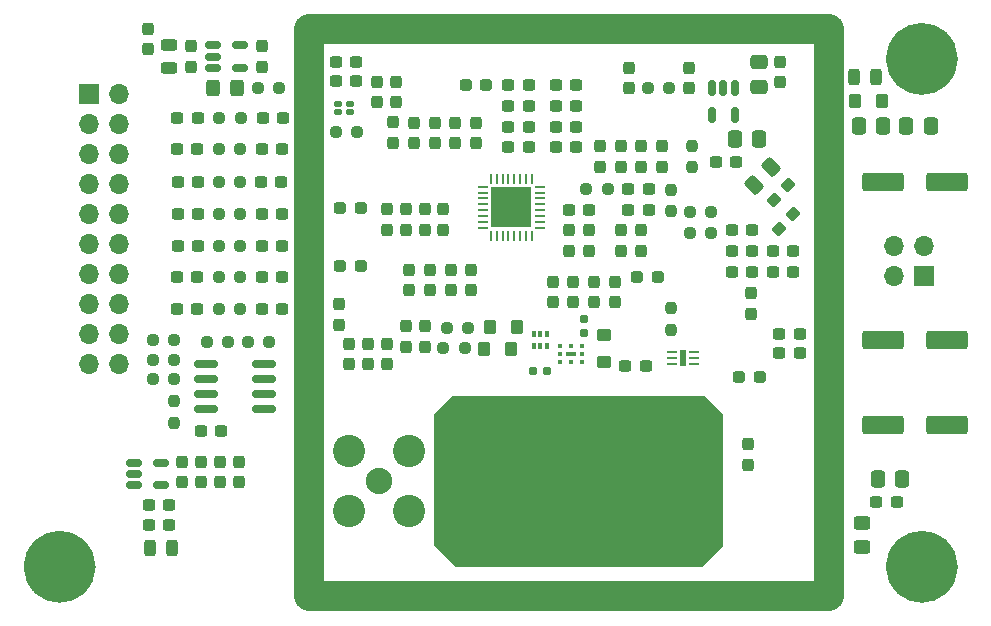
<source format=gbr>
%TF.GenerationSoftware,KiCad,Pcbnew,8.0.9-8.0.9-0~ubuntu22.04.1*%
%TF.CreationDate,2026-02-07T13:45:35+01:00*%
%TF.ProjectId,HW_0008_PrestoLO_2GHz_rev01a,48575f30-3030-4385-9f50-726573746f4c,rev?*%
%TF.SameCoordinates,Original*%
%TF.FileFunction,Soldermask,Top*%
%TF.FilePolarity,Negative*%
%FSLAX46Y46*%
G04 Gerber Fmt 4.6, Leading zero omitted, Abs format (unit mm)*
G04 Created by KiCad (PCBNEW 8.0.9-8.0.9-0~ubuntu22.04.1) date 2026-02-07 13:45:35*
%MOMM*%
%LPD*%
G01*
G04 APERTURE LIST*
G04 Aperture macros list*
%AMRoundRect*
0 Rectangle with rounded corners*
0 $1 Rounding radius*
0 $2 $3 $4 $5 $6 $7 $8 $9 X,Y pos of 4 corners*
0 Add a 4 corners polygon primitive as box body*
4,1,4,$2,$3,$4,$5,$6,$7,$8,$9,$2,$3,0*
0 Add four circle primitives for the rounded corners*
1,1,$1+$1,$2,$3*
1,1,$1+$1,$4,$5*
1,1,$1+$1,$6,$7*
1,1,$1+$1,$8,$9*
0 Add four rect primitives between the rounded corners*
20,1,$1+$1,$2,$3,$4,$5,0*
20,1,$1+$1,$4,$5,$6,$7,0*
20,1,$1+$1,$6,$7,$8,$9,0*
20,1,$1+$1,$8,$9,$2,$3,0*%
G04 Aperture macros list end*
%ADD10C,3.050000*%
%ADD11C,2.500000*%
%ADD12RoundRect,0.237500X0.237500X-0.300000X0.237500X0.300000X-0.237500X0.300000X-0.237500X-0.300000X0*%
%ADD13RoundRect,0.237500X-0.250000X-0.237500X0.250000X-0.237500X0.250000X0.237500X-0.250000X0.237500X0*%
%ADD14RoundRect,0.237500X0.300000X0.237500X-0.300000X0.237500X-0.300000X-0.237500X0.300000X-0.237500X0*%
%ADD15RoundRect,0.237500X-0.300000X-0.237500X0.300000X-0.237500X0.300000X0.237500X-0.300000X0.237500X0*%
%ADD16RoundRect,0.237500X-0.237500X0.300000X-0.237500X-0.300000X0.237500X-0.300000X0.237500X0.300000X0*%
%ADD17RoundRect,0.250000X-0.350000X0.275000X-0.350000X-0.275000X0.350000X-0.275000X0.350000X0.275000X0*%
%ADD18RoundRect,0.237500X0.044194X0.380070X-0.380070X-0.044194X-0.044194X-0.380070X0.380070X0.044194X0*%
%ADD19RoundRect,0.250000X-0.325000X-0.450000X0.325000X-0.450000X0.325000X0.450000X-0.325000X0.450000X0*%
%ADD20RoundRect,0.237500X0.237500X-0.250000X0.237500X0.250000X-0.237500X0.250000X-0.237500X-0.250000X0*%
%ADD21RoundRect,0.237500X-0.237500X0.287500X-0.237500X-0.287500X0.237500X-0.287500X0.237500X0.287500X0*%
%ADD22RoundRect,0.237500X0.250000X0.237500X-0.250000X0.237500X-0.250000X-0.237500X0.250000X-0.237500X0*%
%ADD23RoundRect,0.250000X-1.500000X-0.550000X1.500000X-0.550000X1.500000X0.550000X-1.500000X0.550000X0*%
%ADD24RoundRect,0.237500X-0.237500X0.250000X-0.237500X-0.250000X0.237500X-0.250000X0.237500X0.250000X0*%
%ADD25RoundRect,0.250000X0.275000X0.350000X-0.275000X0.350000X-0.275000X-0.350000X0.275000X-0.350000X0*%
%ADD26RoundRect,0.250000X-0.475000X0.337500X-0.475000X-0.337500X0.475000X-0.337500X0.475000X0.337500X0*%
%ADD27RoundRect,0.250000X0.337500X0.475000X-0.337500X0.475000X-0.337500X-0.475000X0.337500X-0.475000X0*%
%ADD28RoundRect,0.250000X-0.337500X-0.475000X0.337500X-0.475000X0.337500X0.475000X-0.337500X0.475000X0*%
%ADD29RoundRect,0.160000X0.197500X0.160000X-0.197500X0.160000X-0.197500X-0.160000X0.197500X-0.160000X0*%
%ADD30RoundRect,0.243750X0.243750X0.456250X-0.243750X0.456250X-0.243750X-0.456250X0.243750X-0.456250X0*%
%ADD31RoundRect,0.237500X-0.035355X-0.371231X0.371231X0.035355X0.035355X0.371231X-0.371231X-0.035355X0*%
%ADD32RoundRect,0.150000X-0.512500X-0.150000X0.512500X-0.150000X0.512500X0.150000X-0.512500X0.150000X0*%
%ADD33RoundRect,0.250000X-0.097227X0.574524X-0.574524X0.097227X0.097227X-0.574524X0.574524X-0.097227X0*%
%ADD34RoundRect,0.237500X-0.287500X-0.237500X0.287500X-0.237500X0.287500X0.237500X-0.287500X0.237500X0*%
%ADD35RoundRect,0.237500X0.237500X-0.287500X0.237500X0.287500X-0.237500X0.287500X-0.237500X-0.287500X0*%
%ADD36R,0.520000X0.520000*%
%ADD37RoundRect,0.160000X0.160000X-0.197500X0.160000X0.197500X-0.160000X0.197500X-0.160000X-0.197500X0*%
%ADD38R,0.400000X0.400000*%
%ADD39R,0.900000X0.400000*%
%ADD40RoundRect,0.062500X-0.375000X-0.062500X0.375000X-0.062500X0.375000X0.062500X-0.375000X0.062500X0*%
%ADD41R,0.600000X1.370000*%
%ADD42R,0.300000X0.500000*%
%ADD43C,2.286000*%
%ADD44RoundRect,0.150000X-0.150000X0.512500X-0.150000X-0.512500X0.150000X-0.512500X0.150000X0.512500X0*%
%ADD45RoundRect,0.237500X0.287500X0.237500X-0.287500X0.237500X-0.287500X-0.237500X0.287500X-0.237500X0*%
%ADD46RoundRect,0.250000X0.450000X-0.325000X0.450000X0.325000X-0.450000X0.325000X-0.450000X-0.325000X0*%
%ADD47RoundRect,0.243750X0.456250X-0.243750X0.456250X0.243750X-0.456250X0.243750X-0.456250X-0.243750X0*%
%ADD48RoundRect,0.125000X0.175000X0.125000X-0.175000X0.125000X-0.175000X-0.125000X0.175000X-0.125000X0*%
%ADD49RoundRect,0.062500X-0.350000X-0.062500X0.350000X-0.062500X0.350000X0.062500X-0.350000X0.062500X0*%
%ADD50RoundRect,0.062500X-0.062500X-0.350000X0.062500X-0.350000X0.062500X0.350000X-0.062500X0.350000X0*%
%ADD51R,3.500000X3.500000*%
%ADD52RoundRect,0.150000X0.825000X0.150000X-0.825000X0.150000X-0.825000X-0.150000X0.825000X-0.150000X0*%
%ADD53R,1.700000X1.700000*%
%ADD54O,1.700000X1.700000*%
%ADD55C,2.240000*%
%ADD56C,2.740000*%
G04 APERTURE END LIST*
D10*
X144025000Y-40000000D02*
G75*
G02*
X140975000Y-40000000I-1525000J0D01*
G01*
X140975000Y-40000000D02*
G75*
G02*
X144025000Y-40000000I1525000J0D01*
G01*
X144025000Y-83000000D02*
G75*
G02*
X140975000Y-83000000I-1525000J0D01*
G01*
X140975000Y-83000000D02*
G75*
G02*
X144025000Y-83000000I1525000J0D01*
G01*
X71025000Y-83000000D02*
G75*
G02*
X67975000Y-83000000I-1525000J0D01*
G01*
X67975000Y-83000000D02*
G75*
G02*
X71025000Y-83000000I1525000J0D01*
G01*
%TO.C,J103*%
D11*
X134650000Y-37500000D02*
X90650000Y-37500000D01*
X90650000Y-85500000D01*
X134650000Y-85500000D01*
X134650000Y-37500000D01*
%TD*%
D12*
%TO.C,C158*%
X98800000Y-54462500D03*
X98800000Y-52737500D03*
%TD*%
%TO.C,C145*%
X99100000Y-59600000D03*
X99100000Y-57875000D03*
%TD*%
%TO.C,C128*%
X83100000Y-75862500D03*
X83100000Y-74137500D03*
%TD*%
D13*
%TO.C,R126*%
X122837500Y-53000000D03*
X124662500Y-53000000D03*
%TD*%
D14*
%TO.C,C198*%
X131612500Y-58000000D03*
X129887500Y-58000000D03*
%TD*%
D15*
%TO.C,C175*%
X111500000Y-45750000D03*
X113225000Y-45750000D03*
%TD*%
D13*
%TO.C,R129*%
X101987500Y-64500000D03*
X103812500Y-64500000D03*
%TD*%
D16*
%TO.C,C156*%
X98000000Y-41937500D03*
X98000000Y-43662500D03*
%TD*%
%TO.C,C190*%
X130500000Y-40237500D03*
X130500000Y-41962500D03*
%TD*%
D15*
%TO.C,C178*%
X111500000Y-44000000D03*
X113225000Y-44000000D03*
%TD*%
D12*
%TO.C,C164*%
X97200000Y-54462500D03*
X97200000Y-52737500D03*
%TD*%
D16*
%TO.C,C170*%
X100400000Y-62637500D03*
X100400000Y-64362500D03*
%TD*%
D17*
%TO.C,L103*%
X115600000Y-63350000D03*
X115600000Y-65650000D03*
%TD*%
D18*
%TO.C,C196*%
X131209880Y-50690120D03*
X129990120Y-51909880D03*
%TD*%
D19*
%TO.C,D101*%
X82450000Y-42500000D03*
X84500000Y-42500000D03*
%TD*%
D20*
%TO.C,R127*%
X79200000Y-70812500D03*
X79200000Y-68987500D03*
%TD*%
D21*
%TO.C,FB109*%
X97750000Y-45375000D03*
X97750000Y-47125000D03*
%TD*%
D22*
%TO.C,R125*%
X115912500Y-51000000D03*
X114087500Y-51000000D03*
%TD*%
D13*
%TO.C,R108*%
X82975000Y-58500000D03*
X84800000Y-58500000D03*
%TD*%
D12*
%TO.C,C143*%
X111250000Y-60612500D03*
X111250000Y-58887500D03*
%TD*%
D23*
%TO.C,C115*%
X139200000Y-71000000D03*
X144600000Y-71000000D03*
%TD*%
D24*
%TO.C,R138*%
X121250000Y-61087500D03*
X121250000Y-62912500D03*
%TD*%
D25*
%TO.C,L101*%
X107750000Y-64600000D03*
X105450000Y-64600000D03*
%TD*%
D20*
%TO.C,R115*%
X123000000Y-49162500D03*
X123000000Y-47337500D03*
%TD*%
D26*
%TO.C,C188*%
X128700000Y-40262500D03*
X128700000Y-42337500D03*
%TD*%
D27*
%TO.C,C192*%
X128737500Y-46800000D03*
X126662500Y-46800000D03*
%TD*%
D12*
%TO.C,C176*%
X117000000Y-56250000D03*
X117000000Y-54525000D03*
%TD*%
D14*
%TO.C,C153*%
X109225000Y-45750000D03*
X107500000Y-45750000D03*
%TD*%
D15*
%TO.C,C111*%
X79475000Y-45037500D03*
X81200000Y-45037500D03*
%TD*%
%TO.C,C140*%
X92887500Y-40300000D03*
X94612500Y-40300000D03*
%TD*%
D14*
%TO.C,C166*%
X109225000Y-42250000D03*
X107500000Y-42250000D03*
%TD*%
D12*
%TO.C,C172*%
X118750000Y-56250000D03*
X118750000Y-54525000D03*
%TD*%
D28*
%TO.C,C135*%
X137162500Y-45700000D03*
X139237500Y-45700000D03*
%TD*%
D15*
%TO.C,C106*%
X79437500Y-47600000D03*
X81162500Y-47600000D03*
%TD*%
%TO.C,C174*%
X117637500Y-52750000D03*
X119362500Y-52750000D03*
%TD*%
D29*
%TO.C,R137*%
X110797500Y-66400000D03*
X109602500Y-66400000D03*
%TD*%
D12*
%TO.C,C125*%
X79900000Y-75825000D03*
X79900000Y-74100000D03*
%TD*%
D14*
%TO.C,C129*%
X88362500Y-61200000D03*
X86637500Y-61200000D03*
%TD*%
D15*
%TO.C,C171*%
X111500000Y-47500000D03*
X113225000Y-47500000D03*
%TD*%
D30*
%TO.C,C104*%
X79037500Y-81400000D03*
X77162500Y-81400000D03*
%TD*%
D13*
%TO.C,R104*%
X83012500Y-45037500D03*
X84837500Y-45037500D03*
%TD*%
%TO.C,R133*%
X102287500Y-62750000D03*
X104112500Y-62750000D03*
%TD*%
D31*
%TO.C,FB111*%
X130381282Y-54368718D03*
X131618718Y-53131282D03*
%TD*%
D32*
%TO.C,U102*%
X82462500Y-38850000D03*
X82462500Y-39800000D03*
X82462500Y-40750000D03*
X84737500Y-40750000D03*
X84737500Y-38850000D03*
%TD*%
D14*
%TO.C,C139*%
X88337500Y-53100000D03*
X86612500Y-53100000D03*
%TD*%
D16*
%TO.C,C147*%
X104750000Y-45387500D03*
X104750000Y-47112500D03*
%TD*%
%TO.C,C186*%
X98800000Y-62637500D03*
X98800000Y-64362500D03*
%TD*%
D12*
%TO.C,C150*%
X113000000Y-60612500D03*
X113000000Y-58887500D03*
%TD*%
D33*
%TO.C,C199*%
X129733623Y-49166377D03*
X128266377Y-50633623D03*
%TD*%
D14*
%TO.C,C180*%
X119362500Y-51000000D03*
X117637500Y-51000000D03*
%TD*%
D16*
%TO.C,C148*%
X120500000Y-47387500D03*
X120500000Y-49112500D03*
%TD*%
D12*
%TO.C,C165*%
X104350000Y-59600000D03*
X104350000Y-57875000D03*
%TD*%
D14*
%TO.C,C201*%
X132162500Y-63300000D03*
X130437500Y-63300000D03*
%TD*%
D15*
%TO.C,C182*%
X111500000Y-42250000D03*
X113225000Y-42250000D03*
%TD*%
D13*
%TO.C,R122*%
X122837500Y-54750000D03*
X124662500Y-54750000D03*
%TD*%
D15*
%TO.C,C204*%
X126387500Y-54500000D03*
X128112500Y-54500000D03*
%TD*%
D22*
%TO.C,R134*%
X83762500Y-63950000D03*
X81937500Y-63950000D03*
%TD*%
D34*
%TO.C,FB106*%
X93250000Y-52600000D03*
X95000000Y-52600000D03*
%TD*%
D35*
%TO.C,L104*%
X128000000Y-61575000D03*
X128000000Y-59825000D03*
%TD*%
D12*
%TO.C,C159*%
X102600000Y-59600000D03*
X102600000Y-57875000D03*
%TD*%
D14*
%TO.C,C146*%
X109225000Y-47500000D03*
X107500000Y-47500000D03*
%TD*%
D15*
%TO.C,C112*%
X79425000Y-58500000D03*
X81150000Y-58500000D03*
%TD*%
D16*
%TO.C,C105*%
X77000000Y-37475000D03*
X77000000Y-39200000D03*
%TD*%
D14*
%TO.C,C197*%
X132162500Y-64900000D03*
X130437500Y-64900000D03*
%TD*%
D21*
%TO.C,FB104*%
X93125000Y-60750000D03*
X93125000Y-62500000D03*
%TD*%
D15*
%TO.C,C193*%
X125037500Y-48700000D03*
X126762500Y-48700000D03*
%TD*%
D24*
%TO.C,R123*%
X121250000Y-51087500D03*
X121250000Y-52912500D03*
%TD*%
D16*
%TO.C,C167*%
X99500000Y-45387500D03*
X99500000Y-47112500D03*
%TD*%
D36*
%TO.C,TL101*%
X123200000Y-75700000D03*
X103200000Y-75700000D03*
%TD*%
D27*
%TO.C,C131*%
X143237500Y-45700000D03*
X141162500Y-45700000D03*
%TD*%
D37*
%TO.C,R136*%
X113900000Y-63197500D03*
X113900000Y-62002500D03*
%TD*%
D15*
%TO.C,C149*%
X92887500Y-41900000D03*
X94612500Y-41900000D03*
%TD*%
%TO.C,C203*%
X126387500Y-56250000D03*
X128112500Y-56250000D03*
%TD*%
D38*
%TO.C,TR101*%
X111850000Y-65700000D03*
X112800000Y-65700000D03*
X113750000Y-65700000D03*
X113750000Y-65000000D03*
X113750000Y-64300000D03*
X112800000Y-64300000D03*
X111850000Y-64300000D03*
X111850000Y-65000000D03*
D39*
X112800000Y-65000000D03*
%TD*%
D12*
%TO.C,C181*%
X94000000Y-65862500D03*
X94000000Y-64137500D03*
%TD*%
D15*
%TO.C,C120*%
X79512500Y-53100000D03*
X81237500Y-53100000D03*
%TD*%
D14*
%TO.C,C113*%
X78762500Y-77800000D03*
X77037500Y-77800000D03*
%TD*%
D13*
%TO.C,R107*%
X82975000Y-55800000D03*
X84800000Y-55800000D03*
%TD*%
D25*
%TO.C,L102*%
X108250000Y-62700000D03*
X105950000Y-62700000D03*
%TD*%
D16*
%TO.C,C189*%
X117700000Y-40737500D03*
X117700000Y-42462500D03*
%TD*%
%TO.C,C162*%
X117000000Y-47387500D03*
X117000000Y-49112500D03*
%TD*%
D12*
%TO.C,C136*%
X84700000Y-75862500D03*
X84700000Y-74137500D03*
%TD*%
D15*
%TO.C,C117*%
X79437500Y-61200000D03*
X81162500Y-61200000D03*
%TD*%
D40*
%TO.C,U109*%
X121312500Y-64840000D03*
X121312500Y-65340000D03*
X121312500Y-65840000D03*
X123187500Y-65840000D03*
X123187500Y-65340000D03*
X123187500Y-64840000D03*
D41*
X122250000Y-65340000D03*
%TD*%
D14*
%TO.C,C101*%
X140362500Y-77500000D03*
X138637500Y-77500000D03*
%TD*%
D22*
%TO.C,R130*%
X87262500Y-63950000D03*
X85437500Y-63950000D03*
%TD*%
%TO.C,R124*%
X88107500Y-42465000D03*
X86282500Y-42465000D03*
%TD*%
D16*
%TO.C,C168*%
X115250000Y-47387500D03*
X115250000Y-49112500D03*
%TD*%
D13*
%TO.C,R135*%
X119287500Y-42500000D03*
X121112500Y-42500000D03*
%TD*%
D22*
%TO.C,R132*%
X79225000Y-67100000D03*
X77400000Y-67100000D03*
%TD*%
D42*
%TO.C,U107*%
X110750000Y-63300000D03*
X110200000Y-63300000D03*
X109650000Y-63300000D03*
X109650000Y-64300000D03*
X110200000Y-64300000D03*
X110750000Y-64300000D03*
%TD*%
D12*
%TO.C,C144*%
X102000000Y-54462500D03*
X102000000Y-52737500D03*
%TD*%
D16*
%TO.C,C155*%
X118750000Y-47387500D03*
X118750000Y-49112500D03*
%TD*%
D12*
%TO.C,C177*%
X95600000Y-65862500D03*
X95600000Y-64137500D03*
%TD*%
D43*
%TO.C,J103*%
X104200000Y-37500000D03*
X121100000Y-85500000D03*
%TD*%
D15*
%TO.C,C195*%
X126387500Y-58000000D03*
X128112500Y-58000000D03*
%TD*%
D13*
%TO.C,R103*%
X82987500Y-61200000D03*
X84812500Y-61200000D03*
%TD*%
D27*
%TO.C,C103*%
X140837500Y-75600000D03*
X138762500Y-75600000D03*
%TD*%
D12*
%TO.C,C133*%
X81500000Y-75862500D03*
X81500000Y-74137500D03*
%TD*%
D14*
%TO.C,C202*%
X131612500Y-56250000D03*
X129887500Y-56250000D03*
%TD*%
D12*
%TO.C,C163*%
X116500000Y-60612500D03*
X116500000Y-58887500D03*
%TD*%
D44*
%TO.C,U108*%
X126650000Y-42462500D03*
X125700000Y-42462500D03*
X124750000Y-42462500D03*
X124750000Y-44737500D03*
X126650000Y-44737500D03*
%TD*%
D13*
%TO.C,R105*%
X82962500Y-50400000D03*
X84787500Y-50400000D03*
%TD*%
D14*
%TO.C,C141*%
X88237500Y-50400000D03*
X86512500Y-50400000D03*
%TD*%
D16*
%TO.C,C191*%
X122800000Y-40737500D03*
X122800000Y-42462500D03*
%TD*%
D13*
%TO.C,R128*%
X77387500Y-63800000D03*
X79212500Y-63800000D03*
%TD*%
D34*
%TO.C,L105*%
X127025001Y-66900000D03*
X128774999Y-66900000D03*
%TD*%
D14*
%TO.C,C122*%
X88450000Y-44987500D03*
X86725000Y-44987500D03*
%TD*%
D23*
%TO.C,C130*%
X139200000Y-50400000D03*
X144600000Y-50400000D03*
%TD*%
D45*
%TO.C,FB105*%
X120125000Y-58500000D03*
X118375000Y-58500000D03*
%TD*%
D15*
%TO.C,C116*%
X79487500Y-55800000D03*
X81212500Y-55800000D03*
%TD*%
D22*
%TO.C,R131*%
X79212500Y-65500000D03*
X77387500Y-65500000D03*
%TD*%
D46*
%TO.C,FB101*%
X137400000Y-81325000D03*
X137400000Y-79275000D03*
%TD*%
D47*
%TO.C,C102*%
X78800000Y-40737500D03*
X78800000Y-38862500D03*
%TD*%
D16*
%TO.C,C200*%
X127750000Y-72637500D03*
X127750000Y-74362500D03*
%TD*%
D34*
%TO.C,FB107*%
X93250000Y-57500000D03*
X95000000Y-57500000D03*
%TD*%
D14*
%TO.C,C184*%
X83162500Y-71500000D03*
X81437500Y-71500000D03*
%TD*%
D23*
%TO.C,C109*%
X139200000Y-63800000D03*
X144600000Y-63800000D03*
%TD*%
D25*
%TO.C,FB103*%
X139150000Y-43600000D03*
X136850000Y-43600000D03*
%TD*%
D12*
%TO.C,C126*%
X86600000Y-40662500D03*
X86600000Y-38937500D03*
%TD*%
D34*
%TO.C,FB108*%
X103875000Y-42250000D03*
X105625000Y-42250000D03*
%TD*%
D14*
%TO.C,C134*%
X88350000Y-58500000D03*
X86625000Y-58500000D03*
%TD*%
D48*
%TO.C,U104*%
X94100000Y-43800000D03*
X93100000Y-43800000D03*
X93100000Y-44500000D03*
X94100000Y-44500000D03*
%TD*%
D12*
%TO.C,C183*%
X112612500Y-56250000D03*
X112612500Y-54525000D03*
%TD*%
D32*
%TO.C,U101*%
X75825000Y-74200000D03*
X75825000Y-75150000D03*
X75825000Y-76100000D03*
X78100000Y-76100000D03*
X78100000Y-74200000D03*
%TD*%
D13*
%TO.C,R106*%
X82962500Y-53100000D03*
X84787500Y-53100000D03*
%TD*%
D14*
%TO.C,C108*%
X78762500Y-79500000D03*
X77037500Y-79500000D03*
%TD*%
D15*
%TO.C,C123*%
X79512500Y-50400000D03*
X81237500Y-50400000D03*
%TD*%
D49*
%TO.C,U105*%
X105312500Y-50812500D03*
X105312500Y-51312500D03*
X105312500Y-51812500D03*
X105312500Y-52312500D03*
X105312500Y-52812500D03*
X105312500Y-53312500D03*
X105312500Y-53812500D03*
X105312500Y-54312500D03*
D50*
X106000000Y-55000000D03*
X106500000Y-55000000D03*
X107000000Y-55000000D03*
X107500000Y-55000000D03*
X108000000Y-55000000D03*
X108500000Y-55000000D03*
X109000000Y-55000000D03*
X109500000Y-55000000D03*
D49*
X110187500Y-54312500D03*
X110187500Y-53812500D03*
X110187500Y-53312500D03*
X110187500Y-52812500D03*
X110187500Y-52312500D03*
X110187500Y-51812500D03*
X110187500Y-51312500D03*
X110187500Y-50812500D03*
D50*
X109500000Y-50125000D03*
X109000000Y-50125000D03*
X108500000Y-50125000D03*
X108000000Y-50125000D03*
X107500000Y-50125000D03*
X107000000Y-50125000D03*
X106500000Y-50125000D03*
X106000000Y-50125000D03*
D51*
X107750000Y-52562500D03*
%TD*%
D12*
%TO.C,C173*%
X97200000Y-65862500D03*
X97200000Y-64137500D03*
%TD*%
D13*
%TO.C,R109*%
X82987500Y-47600000D03*
X84812500Y-47600000D03*
%TD*%
D52*
%TO.C,U106*%
X86825000Y-69605000D03*
X86825000Y-68335000D03*
X86825000Y-67065000D03*
X86825000Y-65795000D03*
X81875000Y-65795000D03*
X81875000Y-67065000D03*
X81875000Y-68335000D03*
X81875000Y-69605000D03*
%TD*%
D16*
%TO.C,C161*%
X101250000Y-45387500D03*
X101250000Y-47112500D03*
%TD*%
D14*
%TO.C,C137*%
X88350000Y-55800000D03*
X86625000Y-55800000D03*
%TD*%
D12*
%TO.C,C151*%
X100400000Y-54462500D03*
X100400000Y-52737500D03*
%TD*%
D30*
%TO.C,C187*%
X138637500Y-41500000D03*
X136762500Y-41500000D03*
%TD*%
D15*
%TO.C,C194*%
X117387500Y-66000000D03*
X119112500Y-66000000D03*
%TD*%
D14*
%TO.C,C185*%
X114362500Y-52750000D03*
X112637500Y-52750000D03*
%TD*%
%TO.C,C132*%
X88362500Y-47600000D03*
X86637500Y-47600000D03*
%TD*%
D12*
%TO.C,C179*%
X114362500Y-56250000D03*
X114362500Y-54525000D03*
%TD*%
D14*
%TO.C,C160*%
X109225000Y-44000000D03*
X107500000Y-44000000D03*
%TD*%
D16*
%TO.C,C142*%
X96400000Y-41937499D03*
X96400000Y-43662501D03*
%TD*%
D22*
%TO.C,R114*%
X94712500Y-46200000D03*
X92887500Y-46200000D03*
%TD*%
D16*
%TO.C,C154*%
X103000000Y-45387500D03*
X103000000Y-47112500D03*
%TD*%
D12*
%TO.C,C157*%
X114750000Y-60612500D03*
X114750000Y-58887500D03*
%TD*%
%TO.C,C152*%
X100850000Y-59600000D03*
X100850000Y-57875000D03*
%TD*%
%TO.C,C110*%
X80600000Y-40662500D03*
X80600000Y-38937500D03*
%TD*%
D53*
%TO.C,J101*%
X72000000Y-43000000D03*
D54*
X74540000Y-43000000D03*
X72000000Y-45540000D03*
X74540000Y-45540000D03*
X72000000Y-48080000D03*
X74540000Y-48080000D03*
X72000000Y-50620000D03*
X74540000Y-50620000D03*
X72000000Y-53160000D03*
X74540000Y-53160000D03*
X72000000Y-55700000D03*
X74540000Y-55700000D03*
X72000000Y-58240000D03*
X74540000Y-58240000D03*
X72000000Y-60780000D03*
X74540000Y-60780000D03*
X72000000Y-63320000D03*
X74540000Y-63320000D03*
X72000000Y-65860000D03*
X74540000Y-65860000D03*
%TD*%
D53*
%TO.C,J102*%
X142675000Y-58375000D03*
D54*
X142675000Y-55835000D03*
X140135000Y-58375000D03*
X140135000Y-55835000D03*
%TD*%
D55*
%TO.C,J104*%
X96500000Y-75750000D03*
D56*
X93960000Y-73210000D03*
X93960000Y-78290000D03*
X99040000Y-73210000D03*
X99040000Y-78290000D03*
%TD*%
G36*
X124115677Y-68519685D02*
G01*
X124136319Y-68536319D01*
X125663681Y-70063681D01*
X125697166Y-70125004D01*
X125700000Y-70151362D01*
X125700000Y-81148638D01*
X125680315Y-81215677D01*
X125663681Y-81236319D01*
X123936319Y-82963681D01*
X123874996Y-82997166D01*
X123848638Y-83000000D01*
X103051362Y-83000000D01*
X102984323Y-82980315D01*
X102963681Y-82963681D01*
X101236319Y-81236319D01*
X101202834Y-81174996D01*
X101200000Y-81148638D01*
X101200000Y-70151362D01*
X101219685Y-70084323D01*
X101236319Y-70063681D01*
X102763681Y-68536319D01*
X102825004Y-68502834D01*
X102851362Y-68500000D01*
X124048638Y-68500000D01*
X124115677Y-68519685D01*
G37*
M02*

</source>
